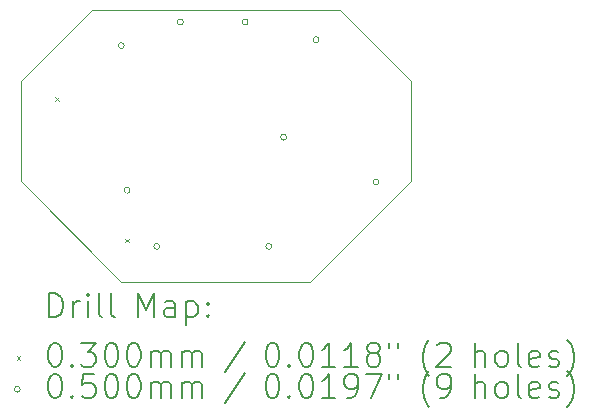
<source format=gbr>
%TF.GenerationSoftware,KiCad,Pcbnew,(7.0.0-0)*%
%TF.CreationDate,2024-01-14T13:31:55+01:00*%
%TF.ProjectId,annoying_little_shit,616e6e6f-7969-46e6-975f-6c6974746c65,rev?*%
%TF.SameCoordinates,Original*%
%TF.FileFunction,Drillmap*%
%TF.FilePolarity,Positive*%
%FSLAX45Y45*%
G04 Gerber Fmt 4.5, Leading zero omitted, Abs format (unit mm)*
G04 Created by KiCad (PCBNEW (7.0.0-0)) date 2024-01-14 13:31:55*
%MOMM*%
%LPD*%
G01*
G04 APERTURE LIST*
%ADD10C,0.100000*%
%ADD11C,0.200000*%
%ADD12C,0.030000*%
%ADD13C,0.050000*%
G04 APERTURE END LIST*
D10*
X11450000Y-6600000D02*
X12300000Y-7450000D01*
X14150000Y-5150000D02*
X13100000Y-5150000D01*
X12050000Y-5150000D02*
X11450000Y-5750000D01*
X13100000Y-5150000D02*
X12050000Y-5150000D01*
X14750000Y-5750000D02*
X14150000Y-5150000D01*
X13900000Y-7450000D02*
X13100000Y-7450000D01*
X13100000Y-7450000D02*
X12300000Y-7450000D01*
X11450000Y-6600000D02*
X11450000Y-5750000D01*
X14750000Y-6600000D02*
X14750000Y-5750000D01*
X14750000Y-6600000D02*
X13900000Y-7450000D01*
D11*
D12*
X11740000Y-5885000D02*
X11770000Y-5915000D01*
X11770000Y-5885000D02*
X11740000Y-5915000D01*
X12335000Y-7085000D02*
X12365000Y-7115000D01*
X12365000Y-7085000D02*
X12335000Y-7115000D01*
D13*
X12325000Y-5450000D02*
G75*
G03*
X12325000Y-5450000I-25000J0D01*
G01*
X12375000Y-6675000D02*
G75*
G03*
X12375000Y-6675000I-25000J0D01*
G01*
X12625000Y-7150000D02*
G75*
G03*
X12625000Y-7150000I-25000J0D01*
G01*
X12825000Y-5250000D02*
G75*
G03*
X12825000Y-5250000I-25000J0D01*
G01*
X13375000Y-5250000D02*
G75*
G03*
X13375000Y-5250000I-25000J0D01*
G01*
X13575000Y-7150000D02*
G75*
G03*
X13575000Y-7150000I-25000J0D01*
G01*
X13700000Y-6225000D02*
G75*
G03*
X13700000Y-6225000I-25000J0D01*
G01*
X13975000Y-5400000D02*
G75*
G03*
X13975000Y-5400000I-25000J0D01*
G01*
X14481363Y-6605037D02*
G75*
G03*
X14481363Y-6605037I-25000J0D01*
G01*
D11*
X11692619Y-7748476D02*
X11692619Y-7548476D01*
X11692619Y-7548476D02*
X11740238Y-7548476D01*
X11740238Y-7548476D02*
X11768809Y-7558000D01*
X11768809Y-7558000D02*
X11787857Y-7577048D01*
X11787857Y-7577048D02*
X11797381Y-7596095D01*
X11797381Y-7596095D02*
X11806905Y-7634190D01*
X11806905Y-7634190D02*
X11806905Y-7662762D01*
X11806905Y-7662762D02*
X11797381Y-7700857D01*
X11797381Y-7700857D02*
X11787857Y-7719905D01*
X11787857Y-7719905D02*
X11768809Y-7738952D01*
X11768809Y-7738952D02*
X11740238Y-7748476D01*
X11740238Y-7748476D02*
X11692619Y-7748476D01*
X11892619Y-7748476D02*
X11892619Y-7615143D01*
X11892619Y-7653238D02*
X11902143Y-7634190D01*
X11902143Y-7634190D02*
X11911667Y-7624667D01*
X11911667Y-7624667D02*
X11930714Y-7615143D01*
X11930714Y-7615143D02*
X11949762Y-7615143D01*
X12016428Y-7748476D02*
X12016428Y-7615143D01*
X12016428Y-7548476D02*
X12006905Y-7558000D01*
X12006905Y-7558000D02*
X12016428Y-7567524D01*
X12016428Y-7567524D02*
X12025952Y-7558000D01*
X12025952Y-7558000D02*
X12016428Y-7548476D01*
X12016428Y-7548476D02*
X12016428Y-7567524D01*
X12140238Y-7748476D02*
X12121190Y-7738952D01*
X12121190Y-7738952D02*
X12111667Y-7719905D01*
X12111667Y-7719905D02*
X12111667Y-7548476D01*
X12245000Y-7748476D02*
X12225952Y-7738952D01*
X12225952Y-7738952D02*
X12216428Y-7719905D01*
X12216428Y-7719905D02*
X12216428Y-7548476D01*
X12441190Y-7748476D02*
X12441190Y-7548476D01*
X12441190Y-7548476D02*
X12507857Y-7691333D01*
X12507857Y-7691333D02*
X12574524Y-7548476D01*
X12574524Y-7548476D02*
X12574524Y-7748476D01*
X12755476Y-7748476D02*
X12755476Y-7643714D01*
X12755476Y-7643714D02*
X12745952Y-7624667D01*
X12745952Y-7624667D02*
X12726905Y-7615143D01*
X12726905Y-7615143D02*
X12688809Y-7615143D01*
X12688809Y-7615143D02*
X12669762Y-7624667D01*
X12755476Y-7738952D02*
X12736428Y-7748476D01*
X12736428Y-7748476D02*
X12688809Y-7748476D01*
X12688809Y-7748476D02*
X12669762Y-7738952D01*
X12669762Y-7738952D02*
X12660238Y-7719905D01*
X12660238Y-7719905D02*
X12660238Y-7700857D01*
X12660238Y-7700857D02*
X12669762Y-7681809D01*
X12669762Y-7681809D02*
X12688809Y-7672286D01*
X12688809Y-7672286D02*
X12736428Y-7672286D01*
X12736428Y-7672286D02*
X12755476Y-7662762D01*
X12850714Y-7615143D02*
X12850714Y-7815143D01*
X12850714Y-7624667D02*
X12869762Y-7615143D01*
X12869762Y-7615143D02*
X12907857Y-7615143D01*
X12907857Y-7615143D02*
X12926905Y-7624667D01*
X12926905Y-7624667D02*
X12936428Y-7634190D01*
X12936428Y-7634190D02*
X12945952Y-7653238D01*
X12945952Y-7653238D02*
X12945952Y-7710381D01*
X12945952Y-7710381D02*
X12936428Y-7729428D01*
X12936428Y-7729428D02*
X12926905Y-7738952D01*
X12926905Y-7738952D02*
X12907857Y-7748476D01*
X12907857Y-7748476D02*
X12869762Y-7748476D01*
X12869762Y-7748476D02*
X12850714Y-7738952D01*
X13031667Y-7729428D02*
X13041190Y-7738952D01*
X13041190Y-7738952D02*
X13031667Y-7748476D01*
X13031667Y-7748476D02*
X13022143Y-7738952D01*
X13022143Y-7738952D02*
X13031667Y-7729428D01*
X13031667Y-7729428D02*
X13031667Y-7748476D01*
X13031667Y-7624667D02*
X13041190Y-7634190D01*
X13041190Y-7634190D02*
X13031667Y-7643714D01*
X13031667Y-7643714D02*
X13022143Y-7634190D01*
X13022143Y-7634190D02*
X13031667Y-7624667D01*
X13031667Y-7624667D02*
X13031667Y-7643714D01*
D12*
X11415000Y-8080000D02*
X11445000Y-8110000D01*
X11445000Y-8080000D02*
X11415000Y-8110000D01*
D11*
X11730714Y-7968476D02*
X11749762Y-7968476D01*
X11749762Y-7968476D02*
X11768809Y-7978000D01*
X11768809Y-7978000D02*
X11778333Y-7987524D01*
X11778333Y-7987524D02*
X11787857Y-8006571D01*
X11787857Y-8006571D02*
X11797381Y-8044667D01*
X11797381Y-8044667D02*
X11797381Y-8092286D01*
X11797381Y-8092286D02*
X11787857Y-8130381D01*
X11787857Y-8130381D02*
X11778333Y-8149428D01*
X11778333Y-8149428D02*
X11768809Y-8158952D01*
X11768809Y-8158952D02*
X11749762Y-8168476D01*
X11749762Y-8168476D02*
X11730714Y-8168476D01*
X11730714Y-8168476D02*
X11711667Y-8158952D01*
X11711667Y-8158952D02*
X11702143Y-8149428D01*
X11702143Y-8149428D02*
X11692619Y-8130381D01*
X11692619Y-8130381D02*
X11683095Y-8092286D01*
X11683095Y-8092286D02*
X11683095Y-8044667D01*
X11683095Y-8044667D02*
X11692619Y-8006571D01*
X11692619Y-8006571D02*
X11702143Y-7987524D01*
X11702143Y-7987524D02*
X11711667Y-7978000D01*
X11711667Y-7978000D02*
X11730714Y-7968476D01*
X11883095Y-8149428D02*
X11892619Y-8158952D01*
X11892619Y-8158952D02*
X11883095Y-8168476D01*
X11883095Y-8168476D02*
X11873571Y-8158952D01*
X11873571Y-8158952D02*
X11883095Y-8149428D01*
X11883095Y-8149428D02*
X11883095Y-8168476D01*
X11959286Y-7968476D02*
X12083095Y-7968476D01*
X12083095Y-7968476D02*
X12016428Y-8044667D01*
X12016428Y-8044667D02*
X12045000Y-8044667D01*
X12045000Y-8044667D02*
X12064048Y-8054190D01*
X12064048Y-8054190D02*
X12073571Y-8063714D01*
X12073571Y-8063714D02*
X12083095Y-8082762D01*
X12083095Y-8082762D02*
X12083095Y-8130381D01*
X12083095Y-8130381D02*
X12073571Y-8149428D01*
X12073571Y-8149428D02*
X12064048Y-8158952D01*
X12064048Y-8158952D02*
X12045000Y-8168476D01*
X12045000Y-8168476D02*
X11987857Y-8168476D01*
X11987857Y-8168476D02*
X11968809Y-8158952D01*
X11968809Y-8158952D02*
X11959286Y-8149428D01*
X12206905Y-7968476D02*
X12225952Y-7968476D01*
X12225952Y-7968476D02*
X12245000Y-7978000D01*
X12245000Y-7978000D02*
X12254524Y-7987524D01*
X12254524Y-7987524D02*
X12264048Y-8006571D01*
X12264048Y-8006571D02*
X12273571Y-8044667D01*
X12273571Y-8044667D02*
X12273571Y-8092286D01*
X12273571Y-8092286D02*
X12264048Y-8130381D01*
X12264048Y-8130381D02*
X12254524Y-8149428D01*
X12254524Y-8149428D02*
X12245000Y-8158952D01*
X12245000Y-8158952D02*
X12225952Y-8168476D01*
X12225952Y-8168476D02*
X12206905Y-8168476D01*
X12206905Y-8168476D02*
X12187857Y-8158952D01*
X12187857Y-8158952D02*
X12178333Y-8149428D01*
X12178333Y-8149428D02*
X12168809Y-8130381D01*
X12168809Y-8130381D02*
X12159286Y-8092286D01*
X12159286Y-8092286D02*
X12159286Y-8044667D01*
X12159286Y-8044667D02*
X12168809Y-8006571D01*
X12168809Y-8006571D02*
X12178333Y-7987524D01*
X12178333Y-7987524D02*
X12187857Y-7978000D01*
X12187857Y-7978000D02*
X12206905Y-7968476D01*
X12397381Y-7968476D02*
X12416429Y-7968476D01*
X12416429Y-7968476D02*
X12435476Y-7978000D01*
X12435476Y-7978000D02*
X12445000Y-7987524D01*
X12445000Y-7987524D02*
X12454524Y-8006571D01*
X12454524Y-8006571D02*
X12464048Y-8044667D01*
X12464048Y-8044667D02*
X12464048Y-8092286D01*
X12464048Y-8092286D02*
X12454524Y-8130381D01*
X12454524Y-8130381D02*
X12445000Y-8149428D01*
X12445000Y-8149428D02*
X12435476Y-8158952D01*
X12435476Y-8158952D02*
X12416429Y-8168476D01*
X12416429Y-8168476D02*
X12397381Y-8168476D01*
X12397381Y-8168476D02*
X12378333Y-8158952D01*
X12378333Y-8158952D02*
X12368809Y-8149428D01*
X12368809Y-8149428D02*
X12359286Y-8130381D01*
X12359286Y-8130381D02*
X12349762Y-8092286D01*
X12349762Y-8092286D02*
X12349762Y-8044667D01*
X12349762Y-8044667D02*
X12359286Y-8006571D01*
X12359286Y-8006571D02*
X12368809Y-7987524D01*
X12368809Y-7987524D02*
X12378333Y-7978000D01*
X12378333Y-7978000D02*
X12397381Y-7968476D01*
X12549762Y-8168476D02*
X12549762Y-8035143D01*
X12549762Y-8054190D02*
X12559286Y-8044667D01*
X12559286Y-8044667D02*
X12578333Y-8035143D01*
X12578333Y-8035143D02*
X12606905Y-8035143D01*
X12606905Y-8035143D02*
X12625952Y-8044667D01*
X12625952Y-8044667D02*
X12635476Y-8063714D01*
X12635476Y-8063714D02*
X12635476Y-8168476D01*
X12635476Y-8063714D02*
X12645000Y-8044667D01*
X12645000Y-8044667D02*
X12664048Y-8035143D01*
X12664048Y-8035143D02*
X12692619Y-8035143D01*
X12692619Y-8035143D02*
X12711667Y-8044667D01*
X12711667Y-8044667D02*
X12721190Y-8063714D01*
X12721190Y-8063714D02*
X12721190Y-8168476D01*
X12816429Y-8168476D02*
X12816429Y-8035143D01*
X12816429Y-8054190D02*
X12825952Y-8044667D01*
X12825952Y-8044667D02*
X12845000Y-8035143D01*
X12845000Y-8035143D02*
X12873571Y-8035143D01*
X12873571Y-8035143D02*
X12892619Y-8044667D01*
X12892619Y-8044667D02*
X12902143Y-8063714D01*
X12902143Y-8063714D02*
X12902143Y-8168476D01*
X12902143Y-8063714D02*
X12911667Y-8044667D01*
X12911667Y-8044667D02*
X12930714Y-8035143D01*
X12930714Y-8035143D02*
X12959286Y-8035143D01*
X12959286Y-8035143D02*
X12978333Y-8044667D01*
X12978333Y-8044667D02*
X12987857Y-8063714D01*
X12987857Y-8063714D02*
X12987857Y-8168476D01*
X13345952Y-7958952D02*
X13174524Y-8216095D01*
X13570714Y-7968476D02*
X13589762Y-7968476D01*
X13589762Y-7968476D02*
X13608810Y-7978000D01*
X13608810Y-7978000D02*
X13618333Y-7987524D01*
X13618333Y-7987524D02*
X13627857Y-8006571D01*
X13627857Y-8006571D02*
X13637381Y-8044667D01*
X13637381Y-8044667D02*
X13637381Y-8092286D01*
X13637381Y-8092286D02*
X13627857Y-8130381D01*
X13627857Y-8130381D02*
X13618333Y-8149428D01*
X13618333Y-8149428D02*
X13608810Y-8158952D01*
X13608810Y-8158952D02*
X13589762Y-8168476D01*
X13589762Y-8168476D02*
X13570714Y-8168476D01*
X13570714Y-8168476D02*
X13551667Y-8158952D01*
X13551667Y-8158952D02*
X13542143Y-8149428D01*
X13542143Y-8149428D02*
X13532619Y-8130381D01*
X13532619Y-8130381D02*
X13523095Y-8092286D01*
X13523095Y-8092286D02*
X13523095Y-8044667D01*
X13523095Y-8044667D02*
X13532619Y-8006571D01*
X13532619Y-8006571D02*
X13542143Y-7987524D01*
X13542143Y-7987524D02*
X13551667Y-7978000D01*
X13551667Y-7978000D02*
X13570714Y-7968476D01*
X13723095Y-8149428D02*
X13732619Y-8158952D01*
X13732619Y-8158952D02*
X13723095Y-8168476D01*
X13723095Y-8168476D02*
X13713571Y-8158952D01*
X13713571Y-8158952D02*
X13723095Y-8149428D01*
X13723095Y-8149428D02*
X13723095Y-8168476D01*
X13856429Y-7968476D02*
X13875476Y-7968476D01*
X13875476Y-7968476D02*
X13894524Y-7978000D01*
X13894524Y-7978000D02*
X13904048Y-7987524D01*
X13904048Y-7987524D02*
X13913571Y-8006571D01*
X13913571Y-8006571D02*
X13923095Y-8044667D01*
X13923095Y-8044667D02*
X13923095Y-8092286D01*
X13923095Y-8092286D02*
X13913571Y-8130381D01*
X13913571Y-8130381D02*
X13904048Y-8149428D01*
X13904048Y-8149428D02*
X13894524Y-8158952D01*
X13894524Y-8158952D02*
X13875476Y-8168476D01*
X13875476Y-8168476D02*
X13856429Y-8168476D01*
X13856429Y-8168476D02*
X13837381Y-8158952D01*
X13837381Y-8158952D02*
X13827857Y-8149428D01*
X13827857Y-8149428D02*
X13818333Y-8130381D01*
X13818333Y-8130381D02*
X13808810Y-8092286D01*
X13808810Y-8092286D02*
X13808810Y-8044667D01*
X13808810Y-8044667D02*
X13818333Y-8006571D01*
X13818333Y-8006571D02*
X13827857Y-7987524D01*
X13827857Y-7987524D02*
X13837381Y-7978000D01*
X13837381Y-7978000D02*
X13856429Y-7968476D01*
X14113571Y-8168476D02*
X13999286Y-8168476D01*
X14056429Y-8168476D02*
X14056429Y-7968476D01*
X14056429Y-7968476D02*
X14037381Y-7997048D01*
X14037381Y-7997048D02*
X14018333Y-8016095D01*
X14018333Y-8016095D02*
X13999286Y-8025619D01*
X14304048Y-8168476D02*
X14189762Y-8168476D01*
X14246905Y-8168476D02*
X14246905Y-7968476D01*
X14246905Y-7968476D02*
X14227857Y-7997048D01*
X14227857Y-7997048D02*
X14208810Y-8016095D01*
X14208810Y-8016095D02*
X14189762Y-8025619D01*
X14418333Y-8054190D02*
X14399286Y-8044667D01*
X14399286Y-8044667D02*
X14389762Y-8035143D01*
X14389762Y-8035143D02*
X14380238Y-8016095D01*
X14380238Y-8016095D02*
X14380238Y-8006571D01*
X14380238Y-8006571D02*
X14389762Y-7987524D01*
X14389762Y-7987524D02*
X14399286Y-7978000D01*
X14399286Y-7978000D02*
X14418333Y-7968476D01*
X14418333Y-7968476D02*
X14456429Y-7968476D01*
X14456429Y-7968476D02*
X14475476Y-7978000D01*
X14475476Y-7978000D02*
X14485000Y-7987524D01*
X14485000Y-7987524D02*
X14494524Y-8006571D01*
X14494524Y-8006571D02*
X14494524Y-8016095D01*
X14494524Y-8016095D02*
X14485000Y-8035143D01*
X14485000Y-8035143D02*
X14475476Y-8044667D01*
X14475476Y-8044667D02*
X14456429Y-8054190D01*
X14456429Y-8054190D02*
X14418333Y-8054190D01*
X14418333Y-8054190D02*
X14399286Y-8063714D01*
X14399286Y-8063714D02*
X14389762Y-8073238D01*
X14389762Y-8073238D02*
X14380238Y-8092286D01*
X14380238Y-8092286D02*
X14380238Y-8130381D01*
X14380238Y-8130381D02*
X14389762Y-8149428D01*
X14389762Y-8149428D02*
X14399286Y-8158952D01*
X14399286Y-8158952D02*
X14418333Y-8168476D01*
X14418333Y-8168476D02*
X14456429Y-8168476D01*
X14456429Y-8168476D02*
X14475476Y-8158952D01*
X14475476Y-8158952D02*
X14485000Y-8149428D01*
X14485000Y-8149428D02*
X14494524Y-8130381D01*
X14494524Y-8130381D02*
X14494524Y-8092286D01*
X14494524Y-8092286D02*
X14485000Y-8073238D01*
X14485000Y-8073238D02*
X14475476Y-8063714D01*
X14475476Y-8063714D02*
X14456429Y-8054190D01*
X14570714Y-7968476D02*
X14570714Y-8006571D01*
X14646905Y-7968476D02*
X14646905Y-8006571D01*
X14909762Y-8244667D02*
X14900238Y-8235143D01*
X14900238Y-8235143D02*
X14881191Y-8206571D01*
X14881191Y-8206571D02*
X14871667Y-8187524D01*
X14871667Y-8187524D02*
X14862143Y-8158952D01*
X14862143Y-8158952D02*
X14852619Y-8111333D01*
X14852619Y-8111333D02*
X14852619Y-8073238D01*
X14852619Y-8073238D02*
X14862143Y-8025619D01*
X14862143Y-8025619D02*
X14871667Y-7997048D01*
X14871667Y-7997048D02*
X14881191Y-7978000D01*
X14881191Y-7978000D02*
X14900238Y-7949428D01*
X14900238Y-7949428D02*
X14909762Y-7939905D01*
X14976429Y-7987524D02*
X14985952Y-7978000D01*
X14985952Y-7978000D02*
X15005000Y-7968476D01*
X15005000Y-7968476D02*
X15052619Y-7968476D01*
X15052619Y-7968476D02*
X15071667Y-7978000D01*
X15071667Y-7978000D02*
X15081191Y-7987524D01*
X15081191Y-7987524D02*
X15090714Y-8006571D01*
X15090714Y-8006571D02*
X15090714Y-8025619D01*
X15090714Y-8025619D02*
X15081191Y-8054190D01*
X15081191Y-8054190D02*
X14966905Y-8168476D01*
X14966905Y-8168476D02*
X15090714Y-8168476D01*
X15296429Y-8168476D02*
X15296429Y-7968476D01*
X15382143Y-8168476D02*
X15382143Y-8063714D01*
X15382143Y-8063714D02*
X15372619Y-8044667D01*
X15372619Y-8044667D02*
X15353572Y-8035143D01*
X15353572Y-8035143D02*
X15325000Y-8035143D01*
X15325000Y-8035143D02*
X15305952Y-8044667D01*
X15305952Y-8044667D02*
X15296429Y-8054190D01*
X15505952Y-8168476D02*
X15486905Y-8158952D01*
X15486905Y-8158952D02*
X15477381Y-8149428D01*
X15477381Y-8149428D02*
X15467857Y-8130381D01*
X15467857Y-8130381D02*
X15467857Y-8073238D01*
X15467857Y-8073238D02*
X15477381Y-8054190D01*
X15477381Y-8054190D02*
X15486905Y-8044667D01*
X15486905Y-8044667D02*
X15505952Y-8035143D01*
X15505952Y-8035143D02*
X15534524Y-8035143D01*
X15534524Y-8035143D02*
X15553572Y-8044667D01*
X15553572Y-8044667D02*
X15563095Y-8054190D01*
X15563095Y-8054190D02*
X15572619Y-8073238D01*
X15572619Y-8073238D02*
X15572619Y-8130381D01*
X15572619Y-8130381D02*
X15563095Y-8149428D01*
X15563095Y-8149428D02*
X15553572Y-8158952D01*
X15553572Y-8158952D02*
X15534524Y-8168476D01*
X15534524Y-8168476D02*
X15505952Y-8168476D01*
X15686905Y-8168476D02*
X15667857Y-8158952D01*
X15667857Y-8158952D02*
X15658333Y-8139905D01*
X15658333Y-8139905D02*
X15658333Y-7968476D01*
X15839286Y-8158952D02*
X15820238Y-8168476D01*
X15820238Y-8168476D02*
X15782143Y-8168476D01*
X15782143Y-8168476D02*
X15763095Y-8158952D01*
X15763095Y-8158952D02*
X15753572Y-8139905D01*
X15753572Y-8139905D02*
X15753572Y-8063714D01*
X15753572Y-8063714D02*
X15763095Y-8044667D01*
X15763095Y-8044667D02*
X15782143Y-8035143D01*
X15782143Y-8035143D02*
X15820238Y-8035143D01*
X15820238Y-8035143D02*
X15839286Y-8044667D01*
X15839286Y-8044667D02*
X15848810Y-8063714D01*
X15848810Y-8063714D02*
X15848810Y-8082762D01*
X15848810Y-8082762D02*
X15753572Y-8101809D01*
X15925000Y-8158952D02*
X15944048Y-8168476D01*
X15944048Y-8168476D02*
X15982143Y-8168476D01*
X15982143Y-8168476D02*
X16001191Y-8158952D01*
X16001191Y-8158952D02*
X16010714Y-8139905D01*
X16010714Y-8139905D02*
X16010714Y-8130381D01*
X16010714Y-8130381D02*
X16001191Y-8111333D01*
X16001191Y-8111333D02*
X15982143Y-8101809D01*
X15982143Y-8101809D02*
X15953572Y-8101809D01*
X15953572Y-8101809D02*
X15934524Y-8092286D01*
X15934524Y-8092286D02*
X15925000Y-8073238D01*
X15925000Y-8073238D02*
X15925000Y-8063714D01*
X15925000Y-8063714D02*
X15934524Y-8044667D01*
X15934524Y-8044667D02*
X15953572Y-8035143D01*
X15953572Y-8035143D02*
X15982143Y-8035143D01*
X15982143Y-8035143D02*
X16001191Y-8044667D01*
X16077381Y-8244667D02*
X16086905Y-8235143D01*
X16086905Y-8235143D02*
X16105953Y-8206571D01*
X16105953Y-8206571D02*
X16115476Y-8187524D01*
X16115476Y-8187524D02*
X16125000Y-8158952D01*
X16125000Y-8158952D02*
X16134524Y-8111333D01*
X16134524Y-8111333D02*
X16134524Y-8073238D01*
X16134524Y-8073238D02*
X16125000Y-8025619D01*
X16125000Y-8025619D02*
X16115476Y-7997048D01*
X16115476Y-7997048D02*
X16105953Y-7978000D01*
X16105953Y-7978000D02*
X16086905Y-7949428D01*
X16086905Y-7949428D02*
X16077381Y-7939905D01*
D13*
X11445000Y-8359000D02*
G75*
G03*
X11445000Y-8359000I-25000J0D01*
G01*
D11*
X11730714Y-8232476D02*
X11749762Y-8232476D01*
X11749762Y-8232476D02*
X11768809Y-8242000D01*
X11768809Y-8242000D02*
X11778333Y-8251524D01*
X11778333Y-8251524D02*
X11787857Y-8270571D01*
X11787857Y-8270571D02*
X11797381Y-8308667D01*
X11797381Y-8308667D02*
X11797381Y-8356286D01*
X11797381Y-8356286D02*
X11787857Y-8394381D01*
X11787857Y-8394381D02*
X11778333Y-8413429D01*
X11778333Y-8413429D02*
X11768809Y-8422952D01*
X11768809Y-8422952D02*
X11749762Y-8432476D01*
X11749762Y-8432476D02*
X11730714Y-8432476D01*
X11730714Y-8432476D02*
X11711667Y-8422952D01*
X11711667Y-8422952D02*
X11702143Y-8413429D01*
X11702143Y-8413429D02*
X11692619Y-8394381D01*
X11692619Y-8394381D02*
X11683095Y-8356286D01*
X11683095Y-8356286D02*
X11683095Y-8308667D01*
X11683095Y-8308667D02*
X11692619Y-8270571D01*
X11692619Y-8270571D02*
X11702143Y-8251524D01*
X11702143Y-8251524D02*
X11711667Y-8242000D01*
X11711667Y-8242000D02*
X11730714Y-8232476D01*
X11883095Y-8413429D02*
X11892619Y-8422952D01*
X11892619Y-8422952D02*
X11883095Y-8432476D01*
X11883095Y-8432476D02*
X11873571Y-8422952D01*
X11873571Y-8422952D02*
X11883095Y-8413429D01*
X11883095Y-8413429D02*
X11883095Y-8432476D01*
X12073571Y-8232476D02*
X11978333Y-8232476D01*
X11978333Y-8232476D02*
X11968809Y-8327714D01*
X11968809Y-8327714D02*
X11978333Y-8318190D01*
X11978333Y-8318190D02*
X11997381Y-8308667D01*
X11997381Y-8308667D02*
X12045000Y-8308667D01*
X12045000Y-8308667D02*
X12064048Y-8318190D01*
X12064048Y-8318190D02*
X12073571Y-8327714D01*
X12073571Y-8327714D02*
X12083095Y-8346762D01*
X12083095Y-8346762D02*
X12083095Y-8394381D01*
X12083095Y-8394381D02*
X12073571Y-8413429D01*
X12073571Y-8413429D02*
X12064048Y-8422952D01*
X12064048Y-8422952D02*
X12045000Y-8432476D01*
X12045000Y-8432476D02*
X11997381Y-8432476D01*
X11997381Y-8432476D02*
X11978333Y-8422952D01*
X11978333Y-8422952D02*
X11968809Y-8413429D01*
X12206905Y-8232476D02*
X12225952Y-8232476D01*
X12225952Y-8232476D02*
X12245000Y-8242000D01*
X12245000Y-8242000D02*
X12254524Y-8251524D01*
X12254524Y-8251524D02*
X12264048Y-8270571D01*
X12264048Y-8270571D02*
X12273571Y-8308667D01*
X12273571Y-8308667D02*
X12273571Y-8356286D01*
X12273571Y-8356286D02*
X12264048Y-8394381D01*
X12264048Y-8394381D02*
X12254524Y-8413429D01*
X12254524Y-8413429D02*
X12245000Y-8422952D01*
X12245000Y-8422952D02*
X12225952Y-8432476D01*
X12225952Y-8432476D02*
X12206905Y-8432476D01*
X12206905Y-8432476D02*
X12187857Y-8422952D01*
X12187857Y-8422952D02*
X12178333Y-8413429D01*
X12178333Y-8413429D02*
X12168809Y-8394381D01*
X12168809Y-8394381D02*
X12159286Y-8356286D01*
X12159286Y-8356286D02*
X12159286Y-8308667D01*
X12159286Y-8308667D02*
X12168809Y-8270571D01*
X12168809Y-8270571D02*
X12178333Y-8251524D01*
X12178333Y-8251524D02*
X12187857Y-8242000D01*
X12187857Y-8242000D02*
X12206905Y-8232476D01*
X12397381Y-8232476D02*
X12416429Y-8232476D01*
X12416429Y-8232476D02*
X12435476Y-8242000D01*
X12435476Y-8242000D02*
X12445000Y-8251524D01*
X12445000Y-8251524D02*
X12454524Y-8270571D01*
X12454524Y-8270571D02*
X12464048Y-8308667D01*
X12464048Y-8308667D02*
X12464048Y-8356286D01*
X12464048Y-8356286D02*
X12454524Y-8394381D01*
X12454524Y-8394381D02*
X12445000Y-8413429D01*
X12445000Y-8413429D02*
X12435476Y-8422952D01*
X12435476Y-8422952D02*
X12416429Y-8432476D01*
X12416429Y-8432476D02*
X12397381Y-8432476D01*
X12397381Y-8432476D02*
X12378333Y-8422952D01*
X12378333Y-8422952D02*
X12368809Y-8413429D01*
X12368809Y-8413429D02*
X12359286Y-8394381D01*
X12359286Y-8394381D02*
X12349762Y-8356286D01*
X12349762Y-8356286D02*
X12349762Y-8308667D01*
X12349762Y-8308667D02*
X12359286Y-8270571D01*
X12359286Y-8270571D02*
X12368809Y-8251524D01*
X12368809Y-8251524D02*
X12378333Y-8242000D01*
X12378333Y-8242000D02*
X12397381Y-8232476D01*
X12549762Y-8432476D02*
X12549762Y-8299143D01*
X12549762Y-8318190D02*
X12559286Y-8308667D01*
X12559286Y-8308667D02*
X12578333Y-8299143D01*
X12578333Y-8299143D02*
X12606905Y-8299143D01*
X12606905Y-8299143D02*
X12625952Y-8308667D01*
X12625952Y-8308667D02*
X12635476Y-8327714D01*
X12635476Y-8327714D02*
X12635476Y-8432476D01*
X12635476Y-8327714D02*
X12645000Y-8308667D01*
X12645000Y-8308667D02*
X12664048Y-8299143D01*
X12664048Y-8299143D02*
X12692619Y-8299143D01*
X12692619Y-8299143D02*
X12711667Y-8308667D01*
X12711667Y-8308667D02*
X12721190Y-8327714D01*
X12721190Y-8327714D02*
X12721190Y-8432476D01*
X12816429Y-8432476D02*
X12816429Y-8299143D01*
X12816429Y-8318190D02*
X12825952Y-8308667D01*
X12825952Y-8308667D02*
X12845000Y-8299143D01*
X12845000Y-8299143D02*
X12873571Y-8299143D01*
X12873571Y-8299143D02*
X12892619Y-8308667D01*
X12892619Y-8308667D02*
X12902143Y-8327714D01*
X12902143Y-8327714D02*
X12902143Y-8432476D01*
X12902143Y-8327714D02*
X12911667Y-8308667D01*
X12911667Y-8308667D02*
X12930714Y-8299143D01*
X12930714Y-8299143D02*
X12959286Y-8299143D01*
X12959286Y-8299143D02*
X12978333Y-8308667D01*
X12978333Y-8308667D02*
X12987857Y-8327714D01*
X12987857Y-8327714D02*
X12987857Y-8432476D01*
X13345952Y-8222952D02*
X13174524Y-8480095D01*
X13570714Y-8232476D02*
X13589762Y-8232476D01*
X13589762Y-8232476D02*
X13608810Y-8242000D01*
X13608810Y-8242000D02*
X13618333Y-8251524D01*
X13618333Y-8251524D02*
X13627857Y-8270571D01*
X13627857Y-8270571D02*
X13637381Y-8308667D01*
X13637381Y-8308667D02*
X13637381Y-8356286D01*
X13637381Y-8356286D02*
X13627857Y-8394381D01*
X13627857Y-8394381D02*
X13618333Y-8413429D01*
X13618333Y-8413429D02*
X13608810Y-8422952D01*
X13608810Y-8422952D02*
X13589762Y-8432476D01*
X13589762Y-8432476D02*
X13570714Y-8432476D01*
X13570714Y-8432476D02*
X13551667Y-8422952D01*
X13551667Y-8422952D02*
X13542143Y-8413429D01*
X13542143Y-8413429D02*
X13532619Y-8394381D01*
X13532619Y-8394381D02*
X13523095Y-8356286D01*
X13523095Y-8356286D02*
X13523095Y-8308667D01*
X13523095Y-8308667D02*
X13532619Y-8270571D01*
X13532619Y-8270571D02*
X13542143Y-8251524D01*
X13542143Y-8251524D02*
X13551667Y-8242000D01*
X13551667Y-8242000D02*
X13570714Y-8232476D01*
X13723095Y-8413429D02*
X13732619Y-8422952D01*
X13732619Y-8422952D02*
X13723095Y-8432476D01*
X13723095Y-8432476D02*
X13713571Y-8422952D01*
X13713571Y-8422952D02*
X13723095Y-8413429D01*
X13723095Y-8413429D02*
X13723095Y-8432476D01*
X13856429Y-8232476D02*
X13875476Y-8232476D01*
X13875476Y-8232476D02*
X13894524Y-8242000D01*
X13894524Y-8242000D02*
X13904048Y-8251524D01*
X13904048Y-8251524D02*
X13913571Y-8270571D01*
X13913571Y-8270571D02*
X13923095Y-8308667D01*
X13923095Y-8308667D02*
X13923095Y-8356286D01*
X13923095Y-8356286D02*
X13913571Y-8394381D01*
X13913571Y-8394381D02*
X13904048Y-8413429D01*
X13904048Y-8413429D02*
X13894524Y-8422952D01*
X13894524Y-8422952D02*
X13875476Y-8432476D01*
X13875476Y-8432476D02*
X13856429Y-8432476D01*
X13856429Y-8432476D02*
X13837381Y-8422952D01*
X13837381Y-8422952D02*
X13827857Y-8413429D01*
X13827857Y-8413429D02*
X13818333Y-8394381D01*
X13818333Y-8394381D02*
X13808810Y-8356286D01*
X13808810Y-8356286D02*
X13808810Y-8308667D01*
X13808810Y-8308667D02*
X13818333Y-8270571D01*
X13818333Y-8270571D02*
X13827857Y-8251524D01*
X13827857Y-8251524D02*
X13837381Y-8242000D01*
X13837381Y-8242000D02*
X13856429Y-8232476D01*
X14113571Y-8432476D02*
X13999286Y-8432476D01*
X14056429Y-8432476D02*
X14056429Y-8232476D01*
X14056429Y-8232476D02*
X14037381Y-8261048D01*
X14037381Y-8261048D02*
X14018333Y-8280095D01*
X14018333Y-8280095D02*
X13999286Y-8289619D01*
X14208810Y-8432476D02*
X14246905Y-8432476D01*
X14246905Y-8432476D02*
X14265952Y-8422952D01*
X14265952Y-8422952D02*
X14275476Y-8413429D01*
X14275476Y-8413429D02*
X14294524Y-8384857D01*
X14294524Y-8384857D02*
X14304048Y-8346762D01*
X14304048Y-8346762D02*
X14304048Y-8270571D01*
X14304048Y-8270571D02*
X14294524Y-8251524D01*
X14294524Y-8251524D02*
X14285000Y-8242000D01*
X14285000Y-8242000D02*
X14265952Y-8232476D01*
X14265952Y-8232476D02*
X14227857Y-8232476D01*
X14227857Y-8232476D02*
X14208810Y-8242000D01*
X14208810Y-8242000D02*
X14199286Y-8251524D01*
X14199286Y-8251524D02*
X14189762Y-8270571D01*
X14189762Y-8270571D02*
X14189762Y-8318190D01*
X14189762Y-8318190D02*
X14199286Y-8337238D01*
X14199286Y-8337238D02*
X14208810Y-8346762D01*
X14208810Y-8346762D02*
X14227857Y-8356286D01*
X14227857Y-8356286D02*
X14265952Y-8356286D01*
X14265952Y-8356286D02*
X14285000Y-8346762D01*
X14285000Y-8346762D02*
X14294524Y-8337238D01*
X14294524Y-8337238D02*
X14304048Y-8318190D01*
X14370714Y-8232476D02*
X14504048Y-8232476D01*
X14504048Y-8232476D02*
X14418333Y-8432476D01*
X14570714Y-8232476D02*
X14570714Y-8270571D01*
X14646905Y-8232476D02*
X14646905Y-8270571D01*
X14909762Y-8508667D02*
X14900238Y-8499143D01*
X14900238Y-8499143D02*
X14881191Y-8470571D01*
X14881191Y-8470571D02*
X14871667Y-8451524D01*
X14871667Y-8451524D02*
X14862143Y-8422952D01*
X14862143Y-8422952D02*
X14852619Y-8375333D01*
X14852619Y-8375333D02*
X14852619Y-8337238D01*
X14852619Y-8337238D02*
X14862143Y-8289619D01*
X14862143Y-8289619D02*
X14871667Y-8261048D01*
X14871667Y-8261048D02*
X14881191Y-8242000D01*
X14881191Y-8242000D02*
X14900238Y-8213428D01*
X14900238Y-8213428D02*
X14909762Y-8203905D01*
X14995476Y-8432476D02*
X15033571Y-8432476D01*
X15033571Y-8432476D02*
X15052619Y-8422952D01*
X15052619Y-8422952D02*
X15062143Y-8413429D01*
X15062143Y-8413429D02*
X15081191Y-8384857D01*
X15081191Y-8384857D02*
X15090714Y-8346762D01*
X15090714Y-8346762D02*
X15090714Y-8270571D01*
X15090714Y-8270571D02*
X15081191Y-8251524D01*
X15081191Y-8251524D02*
X15071667Y-8242000D01*
X15071667Y-8242000D02*
X15052619Y-8232476D01*
X15052619Y-8232476D02*
X15014524Y-8232476D01*
X15014524Y-8232476D02*
X14995476Y-8242000D01*
X14995476Y-8242000D02*
X14985952Y-8251524D01*
X14985952Y-8251524D02*
X14976429Y-8270571D01*
X14976429Y-8270571D02*
X14976429Y-8318190D01*
X14976429Y-8318190D02*
X14985952Y-8337238D01*
X14985952Y-8337238D02*
X14995476Y-8346762D01*
X14995476Y-8346762D02*
X15014524Y-8356286D01*
X15014524Y-8356286D02*
X15052619Y-8356286D01*
X15052619Y-8356286D02*
X15071667Y-8346762D01*
X15071667Y-8346762D02*
X15081191Y-8337238D01*
X15081191Y-8337238D02*
X15090714Y-8318190D01*
X15296429Y-8432476D02*
X15296429Y-8232476D01*
X15382143Y-8432476D02*
X15382143Y-8327714D01*
X15382143Y-8327714D02*
X15372619Y-8308667D01*
X15372619Y-8308667D02*
X15353572Y-8299143D01*
X15353572Y-8299143D02*
X15325000Y-8299143D01*
X15325000Y-8299143D02*
X15305952Y-8308667D01*
X15305952Y-8308667D02*
X15296429Y-8318190D01*
X15505952Y-8432476D02*
X15486905Y-8422952D01*
X15486905Y-8422952D02*
X15477381Y-8413429D01*
X15477381Y-8413429D02*
X15467857Y-8394381D01*
X15467857Y-8394381D02*
X15467857Y-8337238D01*
X15467857Y-8337238D02*
X15477381Y-8318190D01*
X15477381Y-8318190D02*
X15486905Y-8308667D01*
X15486905Y-8308667D02*
X15505952Y-8299143D01*
X15505952Y-8299143D02*
X15534524Y-8299143D01*
X15534524Y-8299143D02*
X15553572Y-8308667D01*
X15553572Y-8308667D02*
X15563095Y-8318190D01*
X15563095Y-8318190D02*
X15572619Y-8337238D01*
X15572619Y-8337238D02*
X15572619Y-8394381D01*
X15572619Y-8394381D02*
X15563095Y-8413429D01*
X15563095Y-8413429D02*
X15553572Y-8422952D01*
X15553572Y-8422952D02*
X15534524Y-8432476D01*
X15534524Y-8432476D02*
X15505952Y-8432476D01*
X15686905Y-8432476D02*
X15667857Y-8422952D01*
X15667857Y-8422952D02*
X15658333Y-8403905D01*
X15658333Y-8403905D02*
X15658333Y-8232476D01*
X15839286Y-8422952D02*
X15820238Y-8432476D01*
X15820238Y-8432476D02*
X15782143Y-8432476D01*
X15782143Y-8432476D02*
X15763095Y-8422952D01*
X15763095Y-8422952D02*
X15753572Y-8403905D01*
X15753572Y-8403905D02*
X15753572Y-8327714D01*
X15753572Y-8327714D02*
X15763095Y-8308667D01*
X15763095Y-8308667D02*
X15782143Y-8299143D01*
X15782143Y-8299143D02*
X15820238Y-8299143D01*
X15820238Y-8299143D02*
X15839286Y-8308667D01*
X15839286Y-8308667D02*
X15848810Y-8327714D01*
X15848810Y-8327714D02*
X15848810Y-8346762D01*
X15848810Y-8346762D02*
X15753572Y-8365809D01*
X15925000Y-8422952D02*
X15944048Y-8432476D01*
X15944048Y-8432476D02*
X15982143Y-8432476D01*
X15982143Y-8432476D02*
X16001191Y-8422952D01*
X16001191Y-8422952D02*
X16010714Y-8403905D01*
X16010714Y-8403905D02*
X16010714Y-8394381D01*
X16010714Y-8394381D02*
X16001191Y-8375333D01*
X16001191Y-8375333D02*
X15982143Y-8365809D01*
X15982143Y-8365809D02*
X15953572Y-8365809D01*
X15953572Y-8365809D02*
X15934524Y-8356286D01*
X15934524Y-8356286D02*
X15925000Y-8337238D01*
X15925000Y-8337238D02*
X15925000Y-8327714D01*
X15925000Y-8327714D02*
X15934524Y-8308667D01*
X15934524Y-8308667D02*
X15953572Y-8299143D01*
X15953572Y-8299143D02*
X15982143Y-8299143D01*
X15982143Y-8299143D02*
X16001191Y-8308667D01*
X16077381Y-8508667D02*
X16086905Y-8499143D01*
X16086905Y-8499143D02*
X16105953Y-8470571D01*
X16105953Y-8470571D02*
X16115476Y-8451524D01*
X16115476Y-8451524D02*
X16125000Y-8422952D01*
X16125000Y-8422952D02*
X16134524Y-8375333D01*
X16134524Y-8375333D02*
X16134524Y-8337238D01*
X16134524Y-8337238D02*
X16125000Y-8289619D01*
X16125000Y-8289619D02*
X16115476Y-8261048D01*
X16115476Y-8261048D02*
X16105953Y-8242000D01*
X16105953Y-8242000D02*
X16086905Y-8213428D01*
X16086905Y-8213428D02*
X16077381Y-8203905D01*
M02*

</source>
